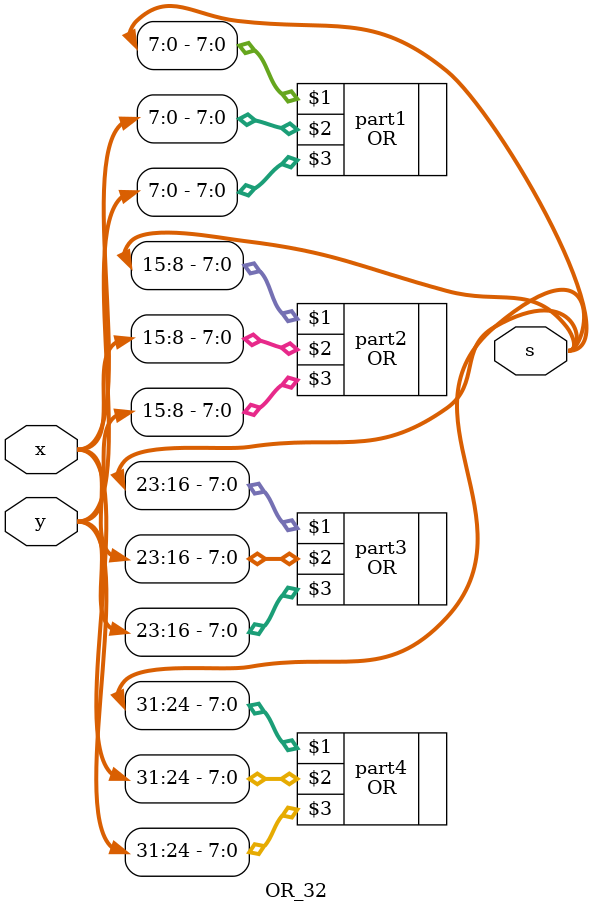
<source format=v>
`timescale 1ns / 1ps


module OR_32 #(parameter WIDTH = 32) (input[WIDTH-1:0] x, 
    input[WIDTH-1:0] y,
    output[WIDTH-1:0] s
    );
    OR part1(s[7:0],x[7:0],y[7:0]);
    OR part2(s[15:8],x[15:8],y[15:8]);
    OR part3(s[23:16],x[23:16],y[23:16]);
    OR part4(s[31:24],x[31:24],y[31:24]);
endmodule

</source>
